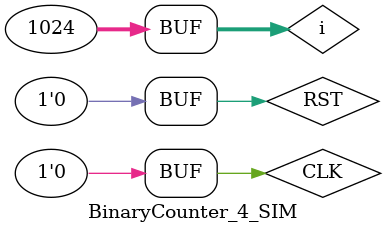
<source format=v>
`timescale 1ns / 1ps


module BinaryCounter_4_SIM();
    wire [3:0] C;
    reg CLK;
    reg RST;
    wire [3:0] BW;
    DFF DFF0(.Q(C[0]),.Qbar(BW[0]),.D(BW[0]),.Clk(CLK),.Reset(RST));
    DFF DFF1(.Q(C[1]),.Qbar(BW[1]),.D(BW[1]),.Clk(BW[0]),.Reset(RST));
    DFF DFF2(.Q(C[2]),.Qbar(BW[2]),.D(BW[2]),.Clk(BW[1]),.Reset(RST));
    DFF DFF3(.Q(C[3]),.Qbar(BW[3]),.D(BW[3]),.Clk(BW[2]),.Reset(RST));
    
    integer i=0;
    initial 
    begin
    CLK=1'b0;
    RST=1'b1;
    #20 CLK=~CLK;
    #20 CLK=~CLK;
    RST=1'b0;
    for(i=0;i<1024;i=i+1)
        begin
        #20 CLK=~CLK;
        end
    end
endmodule

</source>
